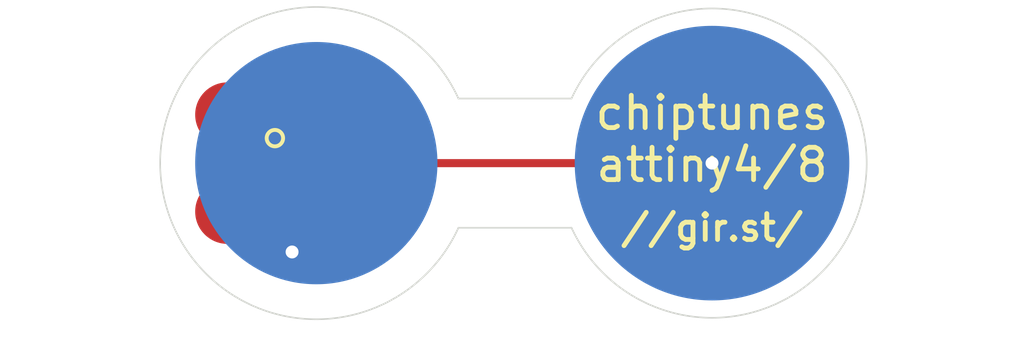
<source format=kicad_pcb>
(kicad_pcb (version 20171130) (host pcbnew 5.1.6-1.fc31)

  (general
    (thickness 1.6)
    (drawings 11)
    (tracks 26)
    (zones 0)
    (modules 7)
    (nets 6)
  )

  (page A4)
  (layers
    (0 F.Cu signal)
    (31 B.Cu signal)
    (32 B.Adhes user)
    (33 F.Adhes user)
    (34 B.Paste user)
    (35 F.Paste user)
    (36 B.SilkS user)
    (37 F.SilkS user)
    (38 B.Mask user)
    (39 F.Mask user)
    (40 Dwgs.User user)
    (41 Cmts.User user)
    (42 Eco1.User user)
    (43 Eco2.User user)
    (44 Edge.Cuts user)
    (45 Margin user)
    (46 B.CrtYd user)
    (47 F.CrtYd user)
    (48 B.Fab user)
    (49 F.Fab user)
  )

  (setup
    (last_trace_width 0.25)
    (trace_clearance 0.2)
    (zone_clearance 0.508)
    (zone_45_only no)
    (trace_min 0.2)
    (via_size 0.8)
    (via_drill 0.4)
    (via_min_size 0.4)
    (via_min_drill 0.3)
    (uvia_size 0.3)
    (uvia_drill 0.1)
    (uvias_allowed no)
    (uvia_min_size 0.2)
    (uvia_min_drill 0.1)
    (edge_width 0.05)
    (segment_width 0.2)
    (pcb_text_width 0.3)
    (pcb_text_size 1.5 1.5)
    (mod_edge_width 0.12)
    (mod_text_size 1 1)
    (mod_text_width 0.15)
    (pad_size 2.5 2.5)
    (pad_drill 0)
    (pad_to_mask_clearance 0.05)
    (aux_axis_origin 0 0)
    (visible_elements FFFFFF7F)
    (pcbplotparams
      (layerselection 0x010fc_ffffffff)
      (usegerberextensions false)
      (usegerberattributes true)
      (usegerberadvancedattributes true)
      (creategerberjobfile true)
      (excludeedgelayer true)
      (linewidth 0.100000)
      (plotframeref false)
      (viasonmask false)
      (mode 1)
      (useauxorigin false)
      (hpglpennumber 1)
      (hpglpenspeed 20)
      (hpglpendiameter 15.000000)
      (psnegative false)
      (psa4output false)
      (plotreference true)
      (plotvalue true)
      (plotinvisibletext false)
      (padsonsilk false)
      (subtractmaskfromsilk false)
      (outputformat 1)
      (mirror false)
      (drillshape 1)
      (scaleselection 1)
      (outputdirectory ""))
  )

  (net 0 "")
  (net 1 "Net-(R1-Pad2)")
  (net 2 +3V0)
  (net 3 GND)
  (net 4 "Net-(U1-Pad6)")
  (net 5 "Net-(U1-Pad3)")

  (net_class Default "This is the default net class."
    (clearance 0.2)
    (trace_width 0.25)
    (via_dia 0.8)
    (via_drill 0.4)
    (uvia_dia 0.3)
    (uvia_drill 0.1)
    (add_net +3V0)
    (add_net GND)
    (add_net "Net-(R1-Pad2)")
    (add_net "Net-(U1-Pad3)")
    (add_net "Net-(U1-Pad6)")
  )

  (module TestPoint:TestPoint_Pad_2.5x2.5mm (layer B.Cu) (tedit 5F195C0A) (tstamp 5F19BF33)
    (at 157 95)
    (descr "SMD rectangular pad as test Point, square 2.5mm side length")
    (tags "test point SMD pad rectangle square")
    (attr virtual)
    (fp_text reference REF** (at 0 2.148) (layer B.SilkS) hide
      (effects (font (size 1 1) (thickness 0.15)) (justify mirror))
    )
    (fp_text value TestPoint_Pad_2.5x2.5mm (at 0 -2.25) (layer B.Fab) hide
      (effects (font (size 1 1) (thickness 0.15)) (justify mirror))
    )
    (fp_text user %R (at 0 2.15) (layer B.Fab) hide
      (effects (font (size 1 1) (thickness 0.15)) (justify mirror))
    )
    (fp_line (start -1.75 1.75) (end 1.75 1.75) (layer B.CrtYd) (width 0.05))
    (fp_line (start -1.75 1.75) (end -1.75 -1.75) (layer B.CrtYd) (width 0.05))
    (fp_line (start 1.75 -1.75) (end 1.75 1.75) (layer B.CrtYd) (width 0.05))
    (fp_line (start 1.75 -1.75) (end -1.75 -1.75) (layer B.CrtYd) (width 0.05))
    (pad 1 smd rect (at 2.75 0) (size 2.5 2.5) (layers B.Cu B.Mask)
      (net 2 +3V0))
  )

  (module Package_TO_SOT_SMD:SOT-23-6 (layer F.Cu) (tedit 5F195A63) (tstamp 5F19537F)
    (at 150.75 95.75)
    (descr "6-pin SOT-23 package")
    (tags SOT-23-6)
    (path /5F194EBF)
    (attr smd)
    (fp_text reference U1 (at 0 -2.9) (layer F.SilkS) hide
      (effects (font (size 1 1) (thickness 0.15)))
    )
    (fp_text value ATtiny4 (at 0 2.75) (layer F.Fab)
      (effects (font (size 1 1) (thickness 0.15)))
    )
    (fp_text user %R (at 0 0 90) (layer F.Fab)
      (effects (font (size 0.5 0.5) (thickness 0.075)))
    )
    (fp_line (start 1.9 -1.8) (end -1.9 -1.8) (layer F.CrtYd) (width 0.05))
    (fp_line (start 1.9 1.8) (end 1.9 -1.8) (layer F.CrtYd) (width 0.05))
    (fp_line (start -1.9 1.8) (end 1.9 1.8) (layer F.CrtYd) (width 0.05))
    (fp_line (start -1.9 -1.8) (end -1.9 1.8) (layer F.CrtYd) (width 0.05))
    (fp_line (start -0.9 -0.9) (end -0.25 -1.55) (layer F.Fab) (width 0.1))
    (fp_line (start 0.9 -1.55) (end -0.25 -1.55) (layer F.Fab) (width 0.1))
    (fp_line (start -0.9 -0.9) (end -0.9 1.55) (layer F.Fab) (width 0.1))
    (fp_line (start 0.9 1.55) (end -0.9 1.55) (layer F.Fab) (width 0.1))
    (fp_line (start 0.9 -1.55) (end 0.9 1.55) (layer F.Fab) (width 0.1))
    (fp_circle (center -2.032 -1.524) (end -1.778 -1.524) (layer F.SilkS) (width 0.12))
    (pad 5 smd rect (at 1.1 0) (size 1.06 0.65) (layers F.Cu F.Paste F.Mask)
      (net 2 +3V0))
    (pad 6 smd rect (at 1.1 -0.95) (size 1.06 0.65) (layers F.Cu F.Paste F.Mask)
      (net 4 "Net-(U1-Pad6)"))
    (pad 4 smd rect (at 1.1 0.95) (size 1.06 0.65) (layers F.Cu F.Paste F.Mask)
      (net 1 "Net-(R1-Pad2)"))
    (pad 3 smd rect (at -1.1 0.95) (size 1.06 0.65) (layers F.Cu F.Paste F.Mask)
      (net 5 "Net-(U1-Pad3)"))
    (pad 2 smd rect (at -1.1 0) (size 1.06 0.65) (layers F.Cu F.Paste F.Mask)
      (net 3 GND))
    (pad 1 smd rect (at -1.1 -0.95) (size 1.06 0.65) (layers F.Cu F.Paste F.Mask)
      (net 1 "Net-(R1-Pad2)"))
    (model ${KISYS3DMOD}/Package_TO_SOT_SMD.3dshapes/SOT-23-6.wrl
      (at (xyz 0 0 0))
      (scale (xyz 1 1 1))
      (rotate (xyz 0 0 0))
    )
  )

  (module Resistor_SMD:R_0805_2012Metric (layer F.Cu) (tedit 5F195A38) (tstamp 5F19525C)
    (at 150.75 93 180)
    (descr "Resistor SMD 0805 (2012 Metric), square (rectangular) end terminal, IPC_7351 nominal, (Body size source: https://docs.google.com/spreadsheets/d/1BsfQQcO9C6DZCsRaXUlFlo91Tg2WpOkGARC1WS5S8t0/edit?usp=sharing), generated with kicad-footprint-generator")
    (tags resistor)
    (path /5F195255)
    (attr smd)
    (fp_text reference R1 (at 0 -1.65 180) (layer F.SilkS) hide
      (effects (font (size 1 1) (thickness 0.15)))
    )
    (fp_text value 100k (at 0 1.5 180) (layer F.Fab)
      (effects (font (size 1 1) (thickness 0.15)))
    )
    (fp_text user %R (at 0 0 180) (layer F.Fab)
      (effects (font (size 0.5 0.5) (thickness 0.08)))
    )
    (fp_line (start -1 0.6) (end -1 -0.6) (layer F.Fab) (width 0.1))
    (fp_line (start -1 -0.6) (end 1 -0.6) (layer F.Fab) (width 0.1))
    (fp_line (start 1 -0.6) (end 1 0.6) (layer F.Fab) (width 0.1))
    (fp_line (start 1 0.6) (end -1 0.6) (layer F.Fab) (width 0.1))
    (fp_line (start -1.68 0.95) (end -1.68 -0.95) (layer F.CrtYd) (width 0.05))
    (fp_line (start -1.68 -0.95) (end 1.68 -0.95) (layer F.CrtYd) (width 0.05))
    (fp_line (start 1.68 -0.95) (end 1.68 0.95) (layer F.CrtYd) (width 0.05))
    (fp_line (start 1.68 0.95) (end -1.68 0.95) (layer F.CrtYd) (width 0.05))
    (pad 2 smd roundrect (at 0.9375 0 180) (size 0.975 1.4) (layers F.Cu F.Paste F.Mask) (roundrect_rratio 0.25)
      (net 1 "Net-(R1-Pad2)"))
    (pad 1 smd roundrect (at -0.9375 0 180) (size 0.975 1.4) (layers F.Cu F.Paste F.Mask) (roundrect_rratio 0.25)
      (net 2 +3V0))
    (model ${KISYS3DMOD}/Resistor_SMD.3dshapes/R_0805_2012Metric.wrl
      (at (xyz 0 0 0))
      (scale (xyz 1 1 1))
      (rotate (xyz 0 0 0))
    )
  )

  (module TestPoint:TestPoint_Pad_D2.0mm (layer F.Cu) (tedit 5F195A23) (tstamp 5F19527C)
    (at 147.25 96.5 180)
    (descr "SMD pad as test Point, diameter 2.0mm")
    (tags "test point SMD pad")
    (path /5F19AD90)
    (attr virtual)
    (fp_text reference TP4 (at 0 -1.998 180) (layer F.SilkS) hide
      (effects (font (size 1 1) (thickness 0.15)))
    )
    (fp_text value audio- (at 4.25 0 180) (layer F.Fab)
      (effects (font (size 1 1) (thickness 0.15)))
    )
    (fp_text user %R (at 0 -2 180) (layer F.Fab) hide
      (effects (font (size 1 1) (thickness 0.15)))
    )
    (fp_circle (center 0 0) (end 1.5 0) (layer F.CrtYd) (width 0.05))
    (pad 1 smd circle (at 0 0 180) (size 2 2) (layers F.Cu F.Mask)
      (net 3 GND))
  )

  (module TestPoint:TestPoint_Pad_D2.0mm (layer F.Cu) (tedit 5F195A17) (tstamp 5F195274)
    (at 147.25 93.5 180)
    (descr "SMD pad as test Point, diameter 2.0mm")
    (tags "test point SMD pad")
    (path /5F19A878)
    (attr virtual)
    (fp_text reference TP3 (at 0 -1.998 180) (layer F.SilkS) hide
      (effects (font (size 1 1) (thickness 0.15)))
    )
    (fp_text value audio+ (at 4.25 0 180) (layer F.Fab)
      (effects (font (size 1 1) (thickness 0.15)))
    )
    (fp_text user %R (at 0 -2 180) (layer F.Fab) hide
      (effects (font (size 1 1) (thickness 0.15)))
    )
    (fp_circle (center 0 0) (end 1.5 0) (layer F.CrtYd) (width 0.05))
    (pad 1 smd circle (at 0 0 180) (size 2 2) (layers F.Cu F.Mask)
      (net 1 "Net-(R1-Pad2)"))
  )

  (module TestPoint:TestPoint_Pad_D2.0mm (layer B.Cu) (tedit 5F195751) (tstamp 5F195264)
    (at 162.25 95)
    (descr "SMD pad as test Point, diameter 2.0mm")
    (tags "test point SMD pad")
    (path /5F19AF7A)
    (attr virtual)
    (fp_text reference TP1 (at 0 1.998) (layer B.SilkS) hide
      (effects (font (size 1 1) (thickness 0.15)) (justify mirror))
    )
    (fp_text value bat+ (at 0 0) (layer B.Fab)
      (effects (font (size 1 1) (thickness 0.15)) (justify mirror))
    )
    (fp_text user %R (at 0 2) (layer B.Fab) hide
      (effects (font (size 1 1) (thickness 0.15)) (justify mirror))
    )
    (fp_circle (center 0 0) (end 1.5 0) (layer B.CrtYd) (width 0.05))
    (pad 1 smd circle (at 0 0) (size 8.5 8.5) (layers B.Cu B.Mask)
      (net 2 +3V0))
  )

  (module TestPoint:TestPoint_Pad_D2.0mm (layer B.Cu) (tedit 5F195733) (tstamp 5F1955D7)
    (at 150 95)
    (descr "SMD pad as test Point, diameter 2.0mm")
    (tags "test point SMD pad")
    (path /5F19B282)
    (attr virtual)
    (fp_text reference TP2 (at 0 1.998) (layer B.SilkS) hide
      (effects (font (size 1 1) (thickness 0.15)) (justify mirror))
    )
    (fp_text value bat- (at 0 0) (layer B.Fab)
      (effects (font (size 1 1) (thickness 0.15)) (justify mirror))
    )
    (fp_text user %R (at 0 2) (layer B.Fab) hide
      (effects (font (size 1 1) (thickness 0.15)) (justify mirror))
    )
    (fp_circle (center 0 0) (end 1.5 0) (layer B.CrtYd) (width 0.05))
    (pad 1 smd circle (at 0 0) (size 7.5 7.5) (layers B.Cu B.Mask)
      (net 3 GND))
  )

  (gr_poly (pts (xy 167.5 100) (xy 145 100) (xy 145 90) (xy 167.5 90)) (layer B.Mask) (width 0.1))
  (gr_text //gir.st/ (at 162.25 97) (layer F.SilkS)
    (effects (font (size 0.8 0.8) (thickness 0.15)))
  )
  (gr_text "chiptunes\nattiny4/8" (at 162.25 94.25) (layer F.SilkS)
    (effects (font (size 1 1) (thickness 0.15)))
  )
  (gr_arc (start 162.25 95) (end 157.900001 96.999999) (angle -310.6168837) (layer Edge.Cuts) (width 0.05))
  (gr_arc (start 150 95) (end 154.399999 93.000001) (angle -311.1120904) (layer Edge.Cuts) (width 0.05))
  (gr_line (start 157.9 93) (end 154.4 93) (layer Edge.Cuts) (width 0.05))
  (gr_line (start 157.9 97) (end 154.4 97) (layer Edge.Cuts) (width 0.05))
  (dimension 4 (width 0.15) (layer Dwgs.User)
    (gr_text "4.000 mm" (at 170.55 95 270) (layer Dwgs.User)
      (effects (font (size 1 1) (thickness 0.15)))
    )
    (feature1 (pts (xy 156 97) (xy 169.836421 97)))
    (feature2 (pts (xy 156 93) (xy 169.836421 93)))
    (crossbar (pts (xy 169.25 93) (xy 169.25 97)))
    (arrow1a (pts (xy 169.25 97) (xy 168.663579 95.873496)))
    (arrow1b (pts (xy 169.25 97) (xy 169.836421 95.873496)))
    (arrow2a (pts (xy 169.25 93) (xy 168.663579 94.126504)))
    (arrow2b (pts (xy 169.25 93) (xy 169.836421 94.126504)))
  )
  (gr_circle (center 162.25 95) (end 167 95) (layer Dwgs.User) (width 0.15) (tstamp 5F195718))
  (dimension 2.75 (width 0.15) (layer Dwgs.User)
    (gr_text "2.750 mm" (at 156.125 101.8) (layer Dwgs.User)
      (effects (font (size 1 1) (thickness 0.15)))
    )
    (feature1 (pts (xy 157.5 95) (xy 157.5 101.086421)))
    (feature2 (pts (xy 154.75 95) (xy 154.75 101.086421)))
    (crossbar (pts (xy 154.75 100.5) (xy 157.5 100.5)))
    (arrow1a (pts (xy 157.5 100.5) (xy 156.373496 101.086421)))
    (arrow1b (pts (xy 157.5 100.5) (xy 156.373496 99.913579)))
    (arrow2a (pts (xy 154.75 100.5) (xy 155.876504 101.086421)))
    (arrow2b (pts (xy 154.75 100.5) (xy 155.876504 99.913579)))
  )
  (gr_circle (center 150 95) (end 154.75 95) (layer Dwgs.User) (width 0.15))

  (segment (start 149.65 93.1625) (end 149.8125 93) (width 0.25) (layer F.Cu) (net 1))
  (segment (start 149.65 94.8) (end 149.65 93.1625) (width 0.25) (layer F.Cu) (net 1))
  (segment (start 150.140002 94.8) (end 149.65 94.8) (width 0.25) (layer F.Cu) (net 1))
  (segment (start 151.07 96.7) (end 150.505001 96.135001) (width 0.25) (layer F.Cu) (net 1))
  (segment (start 150.505001 95.164999) (end 150.140002 94.8) (width 0.25) (layer F.Cu) (net 1))
  (segment (start 150.505001 96.135001) (end 150.505001 95.164999) (width 0.25) (layer F.Cu) (net 1))
  (segment (start 151.85 96.7) (end 151.07 96.7) (width 0.25) (layer F.Cu) (net 1))
  (segment (start 148.55 94.8) (end 149.65 94.8) (width 0.25) (layer F.Cu) (net 1))
  (segment (start 147.25 93.5) (end 148.55 94.8) (width 0.25) (layer F.Cu) (net 1))
  (segment (start 150.994999 93.692501) (end 151.6875 93) (width 0.25) (layer F.Cu) (net 2))
  (segment (start 151.07 95.75) (end 150.994999 95.674999) (width 0.25) (layer F.Cu) (net 2))
  (segment (start 150.994999 95.674999) (end 150.994999 93.692501) (width 0.25) (layer F.Cu) (net 2))
  (segment (start 151.85 95.75) (end 151.07 95.75) (width 0.25) (layer F.Cu) (net 2))
  (via (at 162.25 95) (size 0.8) (drill 0.4) (layers F.Cu B.Cu) (net 2))
  (segment (start 152.75 95.75) (end 151.85 95.75) (width 0.25) (layer F.Cu) (net 2))
  (segment (start 153.5 95) (end 152.75 95.75) (width 0.25) (layer F.Cu) (net 2))
  (segment (start 162.25 95) (end 153.5 95) (width 0.25) (layer F.Cu) (net 2))
  (segment (start 150 95) (end 151.75 95) (width 0.25) (layer B.Cu) (net 3))
  (segment (start 151.75 95) (end 153.25 93.5) (width 0.25) (layer B.Cu) (net 3))
  (segment (start 148 95.75) (end 149.65 95.75) (width 0.25) (layer F.Cu) (net 3))
  (segment (start 147.25 96.5) (end 148 95.75) (width 0.25) (layer F.Cu) (net 3))
  (via (at 149.25 97.75) (size 0.8) (drill 0.4) (layers F.Cu B.Cu) (net 3))
  (segment (start 147.25 96.5) (end 148.5 97.75) (width 0.25) (layer F.Cu) (net 3))
  (segment (start 148.5 97.75) (end 149.25 97.75) (width 0.25) (layer F.Cu) (net 3))
  (segment (start 149.25 95.75) (end 150 95) (width 0.25) (layer B.Cu) (net 3))
  (segment (start 149.25 97.75) (end 149.25 95.75) (width 0.25) (layer B.Cu) (net 3))

)

</source>
